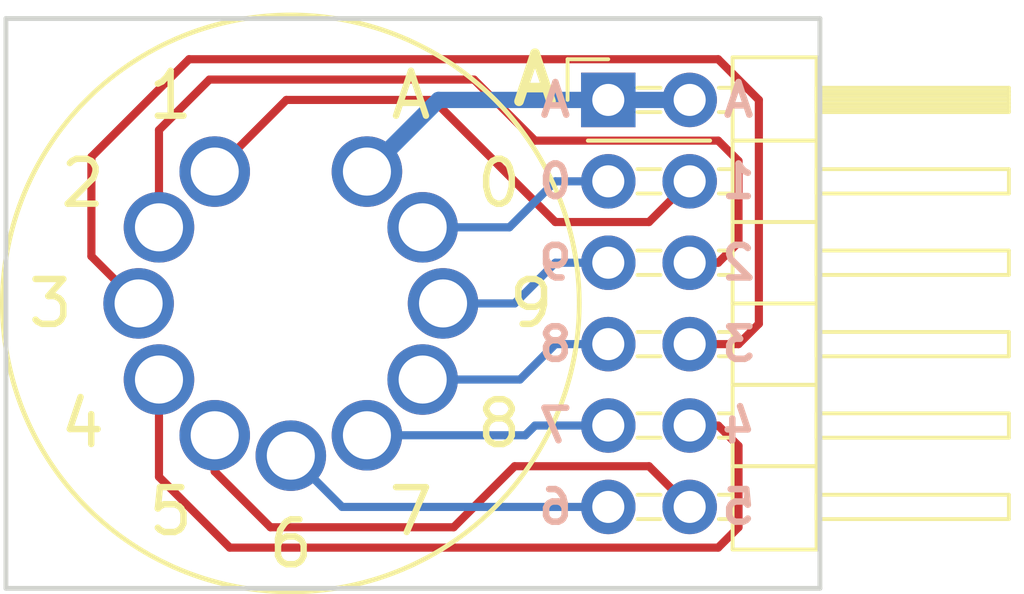
<source format=kicad_pcb>
(kicad_pcb (version 4) (host pcbnew 4.0.6)

  (general
    (links 12)
    (no_connects 0)
    (area 133.647599 92.6876 165.908401 111.8824)
    (thickness 1.6)
    (drawings 18)
    (tracks 55)
    (zones 0)
    (modules 2)
    (nets 12)
  )

  (page A4)
  (layers
    (0 F.Cu signal)
    (31 B.Cu signal)
    (36 B.SilkS user)
    (37 F.SilkS user)
    (38 B.Mask user)
    (39 F.Mask user)
    (44 Edge.Cuts user)
  )

  (setup
    (last_trace_width 0.508)
    (trace_clearance 0.1524)
    (zone_clearance 0.381)
    (zone_45_only yes)
    (trace_min 0.1524)
    (segment_width 0.2)
    (edge_width 0.15)
    (via_size 0.508)
    (via_drill 0.254)
    (via_min_size 0.508)
    (via_min_drill 0.254)
    (uvia_size 0.254)
    (uvia_drill 0.127)
    (uvias_allowed no)
    (uvia_min_size 0.254)
    (uvia_min_drill 0.127)
    (pcb_text_width 0.3)
    (pcb_text_size 1.5 1.5)
    (mod_edge_width 0.15)
    (mod_text_size 1 1)
    (mod_text_width 0.15)
    (pad_size 1.5 1.5)
    (pad_drill 1)
    (pad_to_mask_clearance 0.2)
    (aux_axis_origin 0 0)
    (visible_elements 7FFFFF7F)
    (pcbplotparams
      (layerselection 0x00030_80000001)
      (usegerberextensions false)
      (excludeedgelayer true)
      (linewidth 0.100000)
      (plotframeref false)
      (viasonmask false)
      (mode 1)
      (useauxorigin false)
      (hpglpennumber 1)
      (hpglpenspeed 20)
      (hpglpendiameter 15)
      (hpglpenoverlay 2)
      (psnegative false)
      (psa4output false)
      (plotreference true)
      (plotvalue true)
      (plotinvisibletext false)
      (padsonsilk false)
      (subtractmaskfromsilk false)
      (outputformat 1)
      (mirror false)
      (drillshape 1)
      (scaleselection 1)
      (outputdirectory ""))
  )

  (net 0 "")
  (net 1 /0)
  (net 2 /9)
  (net 3 /8)
  (net 4 /7)
  (net 5 /6)
  (net 6 /5)
  (net 7 /4)
  (net 8 /3)
  (net 9 /2)
  (net 10 /1)
  (net 11 /A)

  (net_class Default "This is the default net class."
    (clearance 0.1524)
    (trace_width 0.508)
    (via_dia 0.508)
    (via_drill 0.254)
    (uvia_dia 0.254)
    (uvia_drill 0.127)
    (add_net /A)
  )

  (net_class Cathode ""
    (clearance 0.1524)
    (trace_width 0.254)
    (via_dia 0.508)
    (via_drill 0.254)
    (uvia_dia 0.254)
    (uvia_drill 0.127)
    (add_net /0)
    (add_net /1)
    (add_net /2)
    (add_net /3)
    (add_net /4)
    (add_net /5)
    (add_net /6)
    (add_net /7)
    (add_net /8)
    (add_net /9)
  )

  (module "Custom Parts:IN-8" (layer F.Cu) (tedit 5928EC8A) (tstamp 59101982)
    (at 142.875 102.235)
    (path /590F8FF1)
    (fp_text reference T1 (at 0 0) (layer F.SilkS) hide
      (effects (font (size 1 1) (thickness 0.15)))
    )
    (fp_text value IN-8 (at 0 -1.27) (layer F.Fab) hide
      (effects (font (size 1 1) (thickness 0.15)))
    )
    (fp_circle (center 0 0) (end 9 0) (layer F.SilkS) (width 0.15))
    (fp_text user 9 (at 7.5 0) (layer F.SilkS)
      (effects (font (size 1.4 1.4) (thickness 0.2)))
    )
    (fp_text user 8 (at 6.495 3.75) (layer F.SilkS)
      (effects (font (size 1.4 1.4) (thickness 0.2)))
    )
    (fp_text user 7 (at 3.75 6.495) (layer F.SilkS)
      (effects (font (size 1.4 1.4) (thickness 0.2)))
    )
    (fp_text user 6 (at 0 7.5) (layer F.SilkS)
      (effects (font (size 1.4 1.4) (thickness 0.2)))
    )
    (fp_text user 5 (at -3.75 6.495) (layer F.SilkS)
      (effects (font (size 1.4 1.4) (thickness 0.2)))
    )
    (fp_text user 4 (at -6.495 3.75) (layer F.SilkS)
      (effects (font (size 1.4 1.4) (thickness 0.2)))
    )
    (fp_text user 3 (at -7.5 0) (layer F.SilkS)
      (effects (font (size 1.4 1.4) (thickness 0.2)))
    )
    (fp_text user 2 (at -6.495 -3.75) (layer F.SilkS)
      (effects (font (size 1.4 1.4) (thickness 0.2)))
    )
    (fp_text user 1 (at -3.75 -6.495) (layer F.SilkS)
      (effects (font (size 1.4 1.4) (thickness 0.2)))
    )
    (fp_text user 0 (at 6.495 -3.75) (layer F.SilkS)
      (effects (font (size 1.4 1.4) (thickness 0.2)))
    )
    (fp_text user A (at 3.75 -6.495) (layer F.SilkS)
      (effects (font (size 1.4 1.4) (thickness 0.2)))
    )
    (pad 1 thru_hole circle (at -2.375 -4.114) (size 2.2 2.2) (drill 1.5) (layers *.Cu *.Mask)
      (net 10 /1))
    (pad 2 thru_hole circle (at -4.114 -2.375) (size 2.2 2.2) (drill 1.5) (layers *.Cu *.Mask)
      (net 9 /2))
    (pad 3 thru_hole circle (at -4.75 0) (size 2.2 2.2) (drill 1.5) (layers *.Cu *.Mask)
      (net 8 /3))
    (pad 4 thru_hole circle (at -4.114 2.375) (size 2.2 2.2) (drill 1.5) (layers *.Cu *.Mask)
      (net 7 /4))
    (pad 5 thru_hole circle (at -2.375 4.114) (size 2.2 2.2) (drill 1.5) (layers *.Cu *.Mask)
      (net 6 /5))
    (pad 6 thru_hole circle (at 0 4.75) (size 2.2 2.2) (drill 1.5) (layers *.Cu *.Mask)
      (net 5 /6))
    (pad 7 thru_hole circle (at 2.375 4.114) (size 2.2 2.2) (drill 1.5) (layers *.Cu *.Mask)
      (net 4 /7))
    (pad 8 thru_hole circle (at 4.114 2.375) (size 2.2 2.2) (drill 1.5) (layers *.Cu *.Mask)
      (net 3 /8))
    (pad 10 thru_hole circle (at 4.114 -2.375) (size 2.2 2.2) (drill 1.5) (layers *.Cu *.Mask)
      (net 1 /0))
    (pad 11 thru_hole circle (at 2.375 -4.114) (size 2.2 2.2) (drill 1.5) (layers *.Cu *.Mask)
      (net 11 /A))
    (pad 9 thru_hole circle (at 4.75 0) (size 2.2 2.2) (drill 1.5) (layers *.Cu *.Mask)
      (net 2 /9))
  )

  (module Pin_Headers:Pin_Header_Angled_2x06_Pitch2.54mm (layer F.Cu) (tedit 5928EC83) (tstamp 5928F7BD)
    (at 152.781 95.885)
    (descr "Through hole angled pin header, 2x06, 2.54mm pitch, 6mm pin length, double rows")
    (tags "Through hole angled pin header THT 2x06 2.54mm double row")
    (path /591006B6)
    (fp_text reference J1 (at 5.585 -2.27) (layer F.SilkS) hide
      (effects (font (size 1 1) (thickness 0.15)))
    )
    (fp_text value CONN_02X06 (at 5.585 14.97) (layer F.Fab) hide
      (effects (font (size 1 1) (thickness 0.15)))
    )
    (fp_line (start 3.94 -1.27) (end 3.94 1.27) (layer F.Fab) (width 0.1))
    (fp_line (start 3.94 1.27) (end 6.44 1.27) (layer F.Fab) (width 0.1))
    (fp_line (start 6.44 1.27) (end 6.44 -1.27) (layer F.Fab) (width 0.1))
    (fp_line (start 6.44 -1.27) (end 3.94 -1.27) (layer F.Fab) (width 0.1))
    (fp_line (start 0 -0.32) (end 0 0.32) (layer F.Fab) (width 0.1))
    (fp_line (start 0 0.32) (end 12.44 0.32) (layer F.Fab) (width 0.1))
    (fp_line (start 12.44 0.32) (end 12.44 -0.32) (layer F.Fab) (width 0.1))
    (fp_line (start 12.44 -0.32) (end 0 -0.32) (layer F.Fab) (width 0.1))
    (fp_line (start 3.94 1.27) (end 3.94 3.81) (layer F.Fab) (width 0.1))
    (fp_line (start 3.94 3.81) (end 6.44 3.81) (layer F.Fab) (width 0.1))
    (fp_line (start 6.44 3.81) (end 6.44 1.27) (layer F.Fab) (width 0.1))
    (fp_line (start 6.44 1.27) (end 3.94 1.27) (layer F.Fab) (width 0.1))
    (fp_line (start 0 2.22) (end 0 2.86) (layer F.Fab) (width 0.1))
    (fp_line (start 0 2.86) (end 12.44 2.86) (layer F.Fab) (width 0.1))
    (fp_line (start 12.44 2.86) (end 12.44 2.22) (layer F.Fab) (width 0.1))
    (fp_line (start 12.44 2.22) (end 0 2.22) (layer F.Fab) (width 0.1))
    (fp_line (start 3.94 3.81) (end 3.94 6.35) (layer F.Fab) (width 0.1))
    (fp_line (start 3.94 6.35) (end 6.44 6.35) (layer F.Fab) (width 0.1))
    (fp_line (start 6.44 6.35) (end 6.44 3.81) (layer F.Fab) (width 0.1))
    (fp_line (start 6.44 3.81) (end 3.94 3.81) (layer F.Fab) (width 0.1))
    (fp_line (start 0 4.76) (end 0 5.4) (layer F.Fab) (width 0.1))
    (fp_line (start 0 5.4) (end 12.44 5.4) (layer F.Fab) (width 0.1))
    (fp_line (start 12.44 5.4) (end 12.44 4.76) (layer F.Fab) (width 0.1))
    (fp_line (start 12.44 4.76) (end 0 4.76) (layer F.Fab) (width 0.1))
    (fp_line (start 3.94 6.35) (end 3.94 8.89) (layer F.Fab) (width 0.1))
    (fp_line (start 3.94 8.89) (end 6.44 8.89) (layer F.Fab) (width 0.1))
    (fp_line (start 6.44 8.89) (end 6.44 6.35) (layer F.Fab) (width 0.1))
    (fp_line (start 6.44 6.35) (end 3.94 6.35) (layer F.Fab) (width 0.1))
    (fp_line (start 0 7.3) (end 0 7.94) (layer F.Fab) (width 0.1))
    (fp_line (start 0 7.94) (end 12.44 7.94) (layer F.Fab) (width 0.1))
    (fp_line (start 12.44 7.94) (end 12.44 7.3) (layer F.Fab) (width 0.1))
    (fp_line (start 12.44 7.3) (end 0 7.3) (layer F.Fab) (width 0.1))
    (fp_line (start 3.94 8.89) (end 3.94 11.43) (layer F.Fab) (width 0.1))
    (fp_line (start 3.94 11.43) (end 6.44 11.43) (layer F.Fab) (width 0.1))
    (fp_line (start 6.44 11.43) (end 6.44 8.89) (layer F.Fab) (width 0.1))
    (fp_line (start 6.44 8.89) (end 3.94 8.89) (layer F.Fab) (width 0.1))
    (fp_line (start 0 9.84) (end 0 10.48) (layer F.Fab) (width 0.1))
    (fp_line (start 0 10.48) (end 12.44 10.48) (layer F.Fab) (width 0.1))
    (fp_line (start 12.44 10.48) (end 12.44 9.84) (layer F.Fab) (width 0.1))
    (fp_line (start 12.44 9.84) (end 0 9.84) (layer F.Fab) (width 0.1))
    (fp_line (start 3.94 11.43) (end 3.94 13.97) (layer F.Fab) (width 0.1))
    (fp_line (start 3.94 13.97) (end 6.44 13.97) (layer F.Fab) (width 0.1))
    (fp_line (start 6.44 13.97) (end 6.44 11.43) (layer F.Fab) (width 0.1))
    (fp_line (start 6.44 11.43) (end 3.94 11.43) (layer F.Fab) (width 0.1))
    (fp_line (start 0 12.38) (end 0 13.02) (layer F.Fab) (width 0.1))
    (fp_line (start 0 13.02) (end 12.44 13.02) (layer F.Fab) (width 0.1))
    (fp_line (start 12.44 13.02) (end 12.44 12.38) (layer F.Fab) (width 0.1))
    (fp_line (start 12.44 12.38) (end 0 12.38) (layer F.Fab) (width 0.1))
    (fp_line (start 3.88 -1.33) (end 3.88 1.27) (layer F.SilkS) (width 0.12))
    (fp_line (start 3.88 1.27) (end 6.5 1.27) (layer F.SilkS) (width 0.12))
    (fp_line (start 6.5 1.27) (end 6.5 -1.33) (layer F.SilkS) (width 0.12))
    (fp_line (start 6.5 -1.33) (end 3.88 -1.33) (layer F.SilkS) (width 0.12))
    (fp_line (start 6.5 -0.38) (end 6.5 0.38) (layer F.SilkS) (width 0.12))
    (fp_line (start 6.5 0.38) (end 12.5 0.38) (layer F.SilkS) (width 0.12))
    (fp_line (start 12.5 0.38) (end 12.5 -0.38) (layer F.SilkS) (width 0.12))
    (fp_line (start 12.5 -0.38) (end 6.5 -0.38) (layer F.SilkS) (width 0.12))
    (fp_line (start 3.45 -0.38) (end 3.88 -0.38) (layer F.SilkS) (width 0.12))
    (fp_line (start 3.45 0.38) (end 3.88 0.38) (layer F.SilkS) (width 0.12))
    (fp_line (start 0.91 -0.38) (end 1.63 -0.38) (layer F.SilkS) (width 0.12))
    (fp_line (start 0.91 0.38) (end 1.63 0.38) (layer F.SilkS) (width 0.12))
    (fp_line (start 6.5 -0.26) (end 12.5 -0.26) (layer F.SilkS) (width 0.12))
    (fp_line (start 6.5 -0.14) (end 12.5 -0.14) (layer F.SilkS) (width 0.12))
    (fp_line (start 6.5 -0.02) (end 12.5 -0.02) (layer F.SilkS) (width 0.12))
    (fp_line (start 6.5 0.1) (end 12.5 0.1) (layer F.SilkS) (width 0.12))
    (fp_line (start 6.5 0.22) (end 12.5 0.22) (layer F.SilkS) (width 0.12))
    (fp_line (start 6.5 0.34) (end 12.5 0.34) (layer F.SilkS) (width 0.12))
    (fp_line (start 3.88 1.27) (end 3.88 3.81) (layer F.SilkS) (width 0.12))
    (fp_line (start 3.88 3.81) (end 6.5 3.81) (layer F.SilkS) (width 0.12))
    (fp_line (start 6.5 3.81) (end 6.5 1.27) (layer F.SilkS) (width 0.12))
    (fp_line (start 6.5 1.27) (end 3.88 1.27) (layer F.SilkS) (width 0.12))
    (fp_line (start 6.5 2.16) (end 6.5 2.92) (layer F.SilkS) (width 0.12))
    (fp_line (start 6.5 2.92) (end 12.5 2.92) (layer F.SilkS) (width 0.12))
    (fp_line (start 12.5 2.92) (end 12.5 2.16) (layer F.SilkS) (width 0.12))
    (fp_line (start 12.5 2.16) (end 6.5 2.16) (layer F.SilkS) (width 0.12))
    (fp_line (start 3.45 2.16) (end 3.88 2.16) (layer F.SilkS) (width 0.12))
    (fp_line (start 3.45 2.92) (end 3.88 2.92) (layer F.SilkS) (width 0.12))
    (fp_line (start 0.91 2.16) (end 1.63 2.16) (layer F.SilkS) (width 0.12))
    (fp_line (start 0.91 2.92) (end 1.63 2.92) (layer F.SilkS) (width 0.12))
    (fp_line (start 3.88 3.81) (end 3.88 6.35) (layer F.SilkS) (width 0.12))
    (fp_line (start 3.88 6.35) (end 6.5 6.35) (layer F.SilkS) (width 0.12))
    (fp_line (start 6.5 6.35) (end 6.5 3.81) (layer F.SilkS) (width 0.12))
    (fp_line (start 6.5 3.81) (end 3.88 3.81) (layer F.SilkS) (width 0.12))
    (fp_line (start 6.5 4.7) (end 6.5 5.46) (layer F.SilkS) (width 0.12))
    (fp_line (start 6.5 5.46) (end 12.5 5.46) (layer F.SilkS) (width 0.12))
    (fp_line (start 12.5 5.46) (end 12.5 4.7) (layer F.SilkS) (width 0.12))
    (fp_line (start 12.5 4.7) (end 6.5 4.7) (layer F.SilkS) (width 0.12))
    (fp_line (start 3.45 4.7) (end 3.88 4.7) (layer F.SilkS) (width 0.12))
    (fp_line (start 3.45 5.46) (end 3.88 5.46) (layer F.SilkS) (width 0.12))
    (fp_line (start 0.91 4.7) (end 1.63 4.7) (layer F.SilkS) (width 0.12))
    (fp_line (start 0.91 5.46) (end 1.63 5.46) (layer F.SilkS) (width 0.12))
    (fp_line (start 3.88 6.35) (end 3.88 8.89) (layer F.SilkS) (width 0.12))
    (fp_line (start 3.88 8.89) (end 6.5 8.89) (layer F.SilkS) (width 0.12))
    (fp_line (start 6.5 8.89) (end 6.5 6.35) (layer F.SilkS) (width 0.12))
    (fp_line (start 6.5 6.35) (end 3.88 6.35) (layer F.SilkS) (width 0.12))
    (fp_line (start 6.5 7.24) (end 6.5 8) (layer F.SilkS) (width 0.12))
    (fp_line (start 6.5 8) (end 12.5 8) (layer F.SilkS) (width 0.12))
    (fp_line (start 12.5 8) (end 12.5 7.24) (layer F.SilkS) (width 0.12))
    (fp_line (start 12.5 7.24) (end 6.5 7.24) (layer F.SilkS) (width 0.12))
    (fp_line (start 3.45 7.24) (end 3.88 7.24) (layer F.SilkS) (width 0.12))
    (fp_line (start 3.45 8) (end 3.88 8) (layer F.SilkS) (width 0.12))
    (fp_line (start 0.91 7.24) (end 1.63 7.24) (layer F.SilkS) (width 0.12))
    (fp_line (start 0.91 8) (end 1.63 8) (layer F.SilkS) (width 0.12))
    (fp_line (start 3.88 8.89) (end 3.88 11.43) (layer F.SilkS) (width 0.12))
    (fp_line (start 3.88 11.43) (end 6.5 11.43) (layer F.SilkS) (width 0.12))
    (fp_line (start 6.5 11.43) (end 6.5 8.89) (layer F.SilkS) (width 0.12))
    (fp_line (start 6.5 8.89) (end 3.88 8.89) (layer F.SilkS) (width 0.12))
    (fp_line (start 6.5 9.78) (end 6.5 10.54) (layer F.SilkS) (width 0.12))
    (fp_line (start 6.5 10.54) (end 12.5 10.54) (layer F.SilkS) (width 0.12))
    (fp_line (start 12.5 10.54) (end 12.5 9.78) (layer F.SilkS) (width 0.12))
    (fp_line (start 12.5 9.78) (end 6.5 9.78) (layer F.SilkS) (width 0.12))
    (fp_line (start 3.45 9.78) (end 3.88 9.78) (layer F.SilkS) (width 0.12))
    (fp_line (start 3.45 10.54) (end 3.88 10.54) (layer F.SilkS) (width 0.12))
    (fp_line (start 0.91 9.78) (end 1.63 9.78) (layer F.SilkS) (width 0.12))
    (fp_line (start 0.91 10.54) (end 1.63 10.54) (layer F.SilkS) (width 0.12))
    (fp_line (start 3.88 11.43) (end 3.88 14.03) (layer F.SilkS) (width 0.12))
    (fp_line (start 3.88 14.03) (end 6.5 14.03) (layer F.SilkS) (width 0.12))
    (fp_line (start 6.5 14.03) (end 6.5 11.43) (layer F.SilkS) (width 0.12))
    (fp_line (start 6.5 11.43) (end 3.88 11.43) (layer F.SilkS) (width 0.12))
    (fp_line (start 6.5 12.32) (end 6.5 13.08) (layer F.SilkS) (width 0.12))
    (fp_line (start 6.5 13.08) (end 12.5 13.08) (layer F.SilkS) (width 0.12))
    (fp_line (start 12.5 13.08) (end 12.5 12.32) (layer F.SilkS) (width 0.12))
    (fp_line (start 12.5 12.32) (end 6.5 12.32) (layer F.SilkS) (width 0.12))
    (fp_line (start 3.45 12.32) (end 3.88 12.32) (layer F.SilkS) (width 0.12))
    (fp_line (start 3.45 13.08) (end 3.88 13.08) (layer F.SilkS) (width 0.12))
    (fp_line (start 0.91 12.32) (end 1.63 12.32) (layer F.SilkS) (width 0.12))
    (fp_line (start 0.91 13.08) (end 1.63 13.08) (layer F.SilkS) (width 0.12))
    (fp_line (start -1.27 0) (end -1.27 -1.27) (layer F.SilkS) (width 0.12))
    (fp_line (start -1.27 -1.27) (end 0 -1.27) (layer F.SilkS) (width 0.12))
    (fp_line (start -1.8 -1.8) (end -1.8 14.5) (layer F.CrtYd) (width 0.05))
    (fp_line (start -1.8 14.5) (end 12.95 14.5) (layer F.CrtYd) (width 0.05))
    (fp_line (start 12.95 14.5) (end 12.95 -1.8) (layer F.CrtYd) (width 0.05))
    (fp_line (start 12.95 -1.8) (end -1.8 -1.8) (layer F.CrtYd) (width 0.05))
    (fp_text user %R (at 5.585 -2.27) (layer F.Fab)
      (effects (font (size 1 1) (thickness 0.15)))
    )
    (pad 1 thru_hole rect (at 0 0) (size 1.7 1.7) (drill 1) (layers *.Cu *.Mask)
      (net 11 /A))
    (pad 2 thru_hole oval (at 2.54 0) (size 1.7 1.7) (drill 1) (layers *.Cu *.Mask)
      (net 11 /A))
    (pad 3 thru_hole oval (at 0 2.54) (size 1.7 1.7) (drill 1) (layers *.Cu *.Mask)
      (net 1 /0))
    (pad 4 thru_hole oval (at 2.54 2.54) (size 1.7 1.7) (drill 1) (layers *.Cu *.Mask)
      (net 10 /1))
    (pad 5 thru_hole oval (at 0 5.08) (size 1.7 1.7) (drill 1) (layers *.Cu *.Mask)
      (net 2 /9))
    (pad 6 thru_hole oval (at 2.54 5.08) (size 1.7 1.7) (drill 1) (layers *.Cu *.Mask)
      (net 9 /2))
    (pad 7 thru_hole oval (at 0 7.62) (size 1.7 1.7) (drill 1) (layers *.Cu *.Mask)
      (net 3 /8))
    (pad 8 thru_hole oval (at 2.54 7.62) (size 1.7 1.7) (drill 1) (layers *.Cu *.Mask)
      (net 8 /3))
    (pad 9 thru_hole oval (at 0 10.16) (size 1.7 1.7) (drill 1) (layers *.Cu *.Mask)
      (net 4 /7))
    (pad 10 thru_hole oval (at 2.54 10.16) (size 1.7 1.7) (drill 1) (layers *.Cu *.Mask)
      (net 7 /4))
    (pad 11 thru_hole oval (at 0 12.7) (size 1.7 1.7) (drill 1) (layers *.Cu *.Mask)
      (net 5 /6))
    (pad 12 thru_hole oval (at 2.54 12.7) (size 1.7 1.7) (drill 1) (layers *.Cu *.Mask)
      (net 6 /5))
    (model ${KISYS3DMOD}/Pin_Headers.3dshapes/Pin_Header_Angled_2x06_Pitch2.54mm.wrl
      (at (xyz 0.05 -0.25 0))
      (scale (xyz 1 1 1))
      (rotate (xyz 0 0 90))
    )
  )

  (gr_line (start 133.985 111.125) (end 133.985 93.345) (angle 90) (layer Edge.Cuts) (width 0.15))
  (gr_line (start 159.385 93.345) (end 159.385 111.125) (angle 90) (layer Edge.Cuts) (width 0.15))
  (gr_text A (at 151.13 95.885) (layer B.SilkS)
    (effects (font (size 1.016 1.016) (thickness 0.2032)) (justify mirror))
  )
  (gr_text A (at 156.845 95.885) (layer B.SilkS)
    (effects (font (size 1.016 1.016) (thickness 0.2032)) (justify mirror))
  )
  (gr_text 1 (at 156.845 98.425) (layer B.SilkS)
    (effects (font (size 1.016 1.016) (thickness 0.2032)) (justify mirror))
  )
  (gr_text 3 (at 156.845 103.505) (layer B.SilkS)
    (effects (font (size 1.016 1.016) (thickness 0.2032)) (justify mirror))
  )
  (gr_text 5 (at 156.845 108.585) (layer B.SilkS)
    (effects (font (size 1.016 1.016) (thickness 0.2032)) (justify mirror))
  )
  (gr_text 7 (at 151.13 106.045) (layer B.SilkS)
    (effects (font (size 1.016 1.016) (thickness 0.2032)) (justify mirror))
  )
  (gr_text 9 (at 151.13 100.965) (layer B.SilkS)
    (effects (font (size 1.016 1.016) (thickness 0.2032)) (justify mirror))
  )
  (gr_text 0 (at 151.13 98.425) (layer B.SilkS)
    (effects (font (size 1.016 1.016) (thickness 0.2032)) (justify mirror))
  )
  (gr_text 8 (at 151.13 103.505) (layer B.SilkS)
    (effects (font (size 1.016 1.016) (thickness 0.2032)) (justify mirror))
  )
  (gr_text 6 (at 151.13 108.585) (layer B.SilkS)
    (effects (font (size 1.016 1.016) (thickness 0.2032)) (justify mirror))
  )
  (gr_text 4 (at 156.845 106.045) (layer B.SilkS)
    (effects (font (size 1.016 1.016) (thickness 0.2032)) (justify mirror))
  )
  (gr_text 2 (at 156.845 100.965) (layer B.SilkS)
    (effects (font (size 1.016 1.016) (thickness 0.2032)) (justify mirror))
  )
  (gr_line (start 152.146 97.155) (end 155.956 97.155) (angle 90) (layer F.SilkS) (width 0.127))
  (gr_text A (at 150.495 95.25) (layer F.SilkS)
    (effects (font (size 1.5 1.5) (thickness 0.3)))
  )
  (gr_line (start 159.385 93.345) (end 133.985 93.345) (angle 90) (layer Edge.Cuts) (width 0.15))
  (gr_line (start 133.985 111.125) (end 159.385 111.125) (angle 90) (layer Edge.Cuts) (width 0.15))

  (segment (start 152.781 98.425) (end 151.13 98.425) (width 0.254) (layer B.Cu) (net 1))
  (segment (start 149.695 99.86) (end 146.989 99.86) (width 0.254) (layer B.Cu) (net 1) (tstamp 5928F9EB))
  (segment (start 151.13 98.425) (end 149.695 99.86) (width 0.254) (layer B.Cu) (net 1) (tstamp 5928F9E9))
  (segment (start 152.781 100.965) (end 151.13 100.965) (width 0.254) (layer B.Cu) (net 2))
  (segment (start 149.86 102.235) (end 147.625 102.235) (width 0.254) (layer B.Cu) (net 2) (tstamp 5928F9E5))
  (segment (start 151.13 100.965) (end 149.86 102.235) (width 0.254) (layer B.Cu) (net 2) (tstamp 5928F9E3))
  (segment (start 152.781 103.505) (end 151.13 103.505) (width 0.254) (layer B.Cu) (net 3))
  (segment (start 150.025 104.61) (end 146.989 104.61) (width 0.254) (layer B.Cu) (net 3) (tstamp 5928F9DF))
  (segment (start 151.13 103.505) (end 150.025 104.61) (width 0.254) (layer B.Cu) (net 3) (tstamp 5928F9DD))
  (segment (start 152.781 106.045) (end 150.495 106.045) (width 0.254) (layer B.Cu) (net 4))
  (segment (start 150.191 106.349) (end 145.25 106.349) (width 0.254) (layer B.Cu) (net 4) (tstamp 5928F9DA))
  (segment (start 150.495 106.045) (end 150.191 106.349) (width 0.254) (layer B.Cu) (net 4) (tstamp 5928F9D9))
  (segment (start 142.875 106.985) (end 144.475 108.585) (width 0.254) (layer B.Cu) (net 5))
  (segment (start 144.475 108.585) (end 152.781 108.585) (width 0.254) (layer B.Cu) (net 5) (tstamp 5928F9EF))
  (segment (start 140.5 106.349) (end 140.5 107.48) (width 0.254) (layer F.Cu) (net 6))
  (segment (start 154.051 107.315) (end 155.321 108.585) (width 0.254) (layer F.Cu) (net 6) (tstamp 5928FA36))
  (segment (start 149.86 107.315) (end 154.051 107.315) (width 0.254) (layer F.Cu) (net 6) (tstamp 5928FA34))
  (segment (start 147.955 109.22) (end 149.86 107.315) (width 0.254) (layer F.Cu) (net 6) (tstamp 5928FA32))
  (segment (start 142.24 109.22) (end 147.955 109.22) (width 0.254) (layer F.Cu) (net 6) (tstamp 5928FA30))
  (segment (start 140.5 107.48) (end 142.24 109.22) (width 0.254) (layer F.Cu) (net 6) (tstamp 5928FA2E))
  (segment (start 138.761 104.61) (end 138.761 107.646) (width 0.254) (layer F.Cu) (net 7))
  (segment (start 156.21 106.045) (end 155.321 106.045) (width 0.254) (layer F.Cu) (net 7) (tstamp 5928FA41))
  (segment (start 156.845 106.68) (end 156.21 106.045) (width 0.254) (layer F.Cu) (net 7) (tstamp 5928FA40))
  (segment (start 156.845 109.22) (end 156.845 106.68) (width 0.254) (layer F.Cu) (net 7) (tstamp 5928FA3F))
  (segment (start 156.21 109.855) (end 156.845 109.22) (width 0.254) (layer F.Cu) (net 7) (tstamp 5928FA3E))
  (segment (start 140.97 109.855) (end 156.21 109.855) (width 0.254) (layer F.Cu) (net 7) (tstamp 5928FA3C))
  (segment (start 138.761 107.646) (end 140.97 109.855) (width 0.254) (layer F.Cu) (net 7) (tstamp 5928FA3A))
  (segment (start 138.125 102.235) (end 136.652 100.762) (width 0.254) (layer F.Cu) (net 8))
  (segment (start 156.845 103.505) (end 155.321 103.505) (width 0.254) (layer F.Cu) (net 8) (tstamp 5928FA50))
  (segment (start 157.48 102.87) (end 156.845 103.505) (width 0.254) (layer F.Cu) (net 8) (tstamp 5928FA4F))
  (segment (start 157.48 95.885) (end 157.48 102.87) (width 0.254) (layer F.Cu) (net 8) (tstamp 5928FA4D))
  (segment (start 156.21 94.615) (end 157.48 95.885) (width 0.254) (layer F.Cu) (net 8) (tstamp 5928FA4B))
  (segment (start 139.7 94.615) (end 156.21 94.615) (width 0.254) (layer F.Cu) (net 8) (tstamp 5928FA49))
  (segment (start 136.652 97.663) (end 139.7 94.615) (width 0.254) (layer F.Cu) (net 8) (tstamp 5928FA47))
  (segment (start 136.652 100.762) (end 136.652 97.663) (width 0.254) (layer F.Cu) (net 8) (tstamp 5928FA45))
  (segment (start 138.761 99.86) (end 138.761 96.824) (width 0.254) (layer F.Cu) (net 9))
  (segment (start 156.21 100.965) (end 155.321 100.965) (width 0.254) (layer F.Cu) (net 9) (tstamp 5928FA29))
  (segment (start 156.845 100.33) (end 156.21 100.965) (width 0.254) (layer F.Cu) (net 9) (tstamp 5928FA28))
  (segment (start 156.845 97.79) (end 156.845 100.33) (width 0.254) (layer F.Cu) (net 9) (tstamp 5928FA27))
  (segment (start 156.21 97.155) (end 156.845 97.79) (width 0.254) (layer F.Cu) (net 9) (tstamp 5928FA26))
  (segment (start 150.495 97.155) (end 156.21 97.155) (width 0.254) (layer F.Cu) (net 9) (tstamp 5928FA24))
  (segment (start 148.59 95.25) (end 150.495 97.155) (width 0.254) (layer F.Cu) (net 9) (tstamp 5928FA22))
  (segment (start 140.335 95.25) (end 148.59 95.25) (width 0.254) (layer F.Cu) (net 9) (tstamp 5928FA20))
  (segment (start 138.761 96.824) (end 140.335 95.25) (width 0.254) (layer F.Cu) (net 9) (tstamp 5928FA1E))
  (segment (start 155.575 100.965) (end 155.321 100.965) (width 0.254) (layer F.Cu) (net 9) (tstamp 5928FA06))
  (segment (start 140.5 98.121) (end 142.736 95.885) (width 0.254) (layer F.Cu) (net 10))
  (segment (start 154.051 99.695) (end 155.321 98.425) (width 0.254) (layer F.Cu) (net 10) (tstamp 5928FA1A))
  (segment (start 151.13 99.695) (end 154.051 99.695) (width 0.254) (layer F.Cu) (net 10) (tstamp 5928FA18))
  (segment (start 149.225 97.79) (end 151.13 99.695) (width 0.254) (layer F.Cu) (net 10) (tstamp 5928FA16))
  (segment (start 149.225 97.79) (end 149.225 97.79) (width 0.254) (layer F.Cu) (net 10) (tstamp 5928FA14))
  (segment (start 147.32 95.885) (end 149.225 97.79) (width 0.254) (layer F.Cu) (net 10) (tstamp 5928FA12))
  (segment (start 142.736 95.885) (end 147.32 95.885) (width 0.254) (layer F.Cu) (net 10) (tstamp 5928FA10))
  (segment (start 152.781 95.885) (end 147.486 95.885) (width 0.508) (layer B.Cu) (net 11))
  (segment (start 147.486 95.885) (end 145.25 98.121) (width 0.508) (layer B.Cu) (net 11) (tstamp 5928F4CC))
  (segment (start 155.321 95.885) (end 152.781 95.885) (width 0.508) (layer B.Cu) (net 11))

  (zone (net 0) (net_name "") (layer F.Cu) (tstamp 59101E99) (hatch edge 0.508)
    (connect_pads (clearance 0.508))
    (min_thickness 0.254)
    (keepout (tracks allowed) (vias allowed) (copperpour not_allowed))
    (fill (arc_segments 16) (thermal_gap 0.508) (thermal_bridge_width 0.508))
    (polygon
      (pts
        (xy 154.94 108.585) (xy 153.035 108.585) (xy 153.035 95.885) (xy 154.94 95.885)
      )
    )
  )
  (zone (net 0) (net_name "") (layer B.Cu) (tstamp 59101E9B) (hatch edge 0.508)
    (connect_pads (clearance 0.508))
    (min_thickness 0.254)
    (keepout (tracks allowed) (vias allowed) (copperpour not_allowed))
    (fill (arc_segments 16) (thermal_gap 0.508) (thermal_bridge_width 0.508))
    (polygon
      (pts
        (xy 154.94 108.585) (xy 153.035 108.585) (xy 153.035 95.885) (xy 154.94 95.885)
      )
    )
  )
)

</source>
